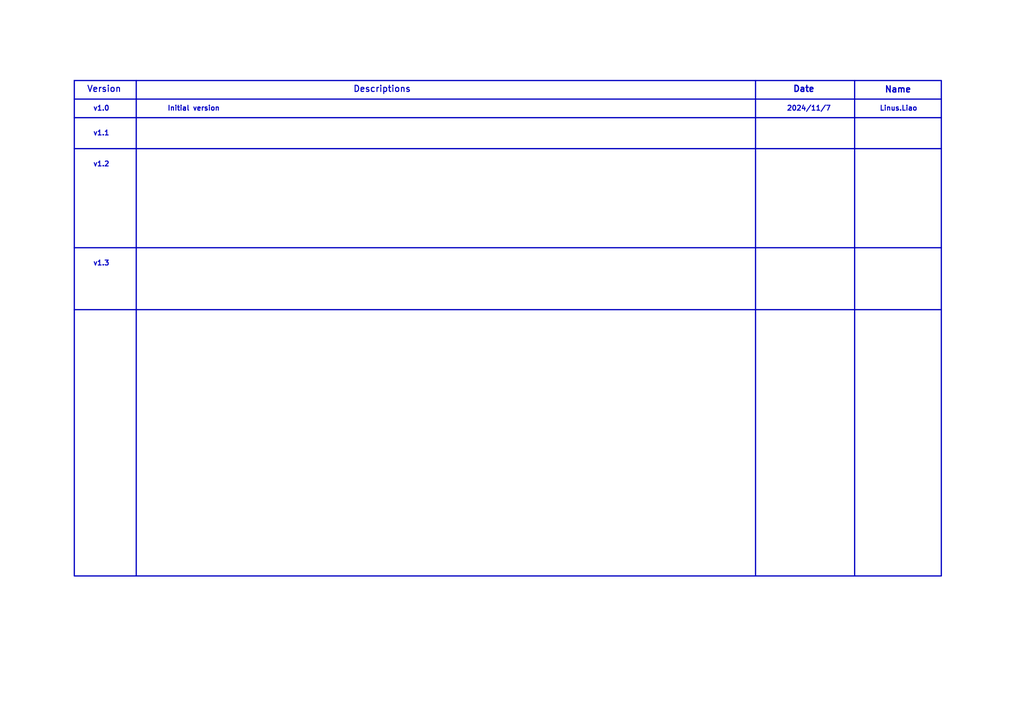
<source format=kicad_sch>
(kicad_sch
	(version 20231120)
	(generator "eeschema")
	(generator_version "8.0")
	(uuid "832cb026-c6dd-4ec3-917d-190aba257bc9")
	(paper "A3")
	(title_block
		(title "reCamera Gimbal")
		(date "2024-10-22")
		(rev "v0.9")
	)
	(lib_symbols)
	(polyline
		(pts
			(xy 30.48 101.6) (xy 386.08 101.6)
		)
		(stroke
			(width 0.508)
			(type default)
		)
		(uuid "22ca4869-0a3b-4120-89bb-b31ffa388bac")
	)
	(polyline
		(pts
			(xy 30.48 40.64) (xy 386.08 40.64)
		)
		(stroke
			(width 0.508)
			(type default)
		)
		(uuid "3ea21d17-0c8c-454e-af8d-f3a6323e1abd")
	)
	(polyline
		(pts
			(xy 309.88 33.02) (xy 309.88 236.22)
		)
		(stroke
			(width 0.508)
			(type default)
		)
		(uuid "58d787de-e347-404d-9aa6-0372e1c629ce")
	)
	(polyline
		(pts
			(xy 55.88 33.02) (xy 55.88 236.22)
		)
		(stroke
			(width 0.508)
			(type default)
		)
		(uuid "a6f47119-ac8f-42e7-b8a5-e4ad48db86f5")
	)
	(polyline
		(pts
			(xy 350.52 33.02) (xy 350.52 236.22)
		)
		(stroke
			(width 0.508)
			(type default)
		)
		(uuid "bf9f87e4-81a7-4f8b-8489-4880d10c1011")
	)
	(polyline
		(pts
			(xy 30.48 127) (xy 386.08 127)
		)
		(stroke
			(width 0.508)
			(type default)
		)
		(uuid "d45b316a-c421-45fc-8aed-ba73547a8274")
	)
	(polyline
		(pts
			(xy 30.48 60.96) (xy 386.08 60.96)
		)
		(stroke
			(width 0.508)
			(type default)
		)
		(uuid "ed1e8109-0ea9-41d9-b90f-a5157af5ea2f")
	)
	(polyline
		(pts
			(xy 30.48 48.26) (xy 386.08 48.26)
		)
		(stroke
			(width 0.508)
			(type default)
		)
		(uuid "f19122a2-d924-4f7d-b3d2-0243161e8cc8")
	)
	(rectangle
		(start 30.48 33.02)
		(end 386.08 236.22)
		(stroke
			(width 0.508)
			(type default)
		)
		(fill
			(type none)
		)
		(uuid 1463027d-f69e-424e-acd1-c9ae76e3f3cc)
	)
	(text "Date"
		(exclude_from_sim no)
		(at 325.12 38.1 0)
		(effects
			(font
				(size 2.54 2.54)
				(bold yes)
			)
			(justify left bottom)
		)
		(uuid "197451d6-f07e-4335-a68d-08ba0f7aaf87")
	)
	(text "Descriptions"
		(exclude_from_sim no)
		(at 144.78 38.1 0)
		(effects
			(font
				(size 2.54 2.54)
				(thickness 0.4064)
				(bold yes)
			)
			(justify left bottom)
		)
		(uuid "2b6fc382-621c-4fcb-a854-e33f11788af6")
	)
	(text "Version"
		(exclude_from_sim no)
		(at 35.56 38.1 0)
		(effects
			(font
				(size 2.54 2.54)
				(thickness 0.4064)
				(bold yes)
			)
			(justify left bottom)
		)
		(uuid "41bc0250-8cb5-46ab-8090-1d4685e69dd0")
	)
	(text "Name"
		(exclude_from_sim no)
		(at 368.3 36.83 0)
		(effects
			(font
				(size 2.54 2.54)
				(bold yes)
			)
		)
		(uuid "438adfc1-b8e9-4f13-80b1-94e24247988b")
	)
	(text "v1.1"
		(exclude_from_sim no)
		(at 38.1 55.88 0)
		(effects
			(font
				(size 2.032 2.032)
				(bold yes)
			)
			(justify left bottom)
		)
		(uuid "49a7bb45-6064-488c-b161-1029faef36ad")
	)
	(text "v1.0"
		(exclude_from_sim no)
		(at 38.1 45.72 0)
		(effects
			(font
				(size 2.032 2.032)
				(bold yes)
			)
			(justify left bottom)
		)
		(uuid "725dccdd-66a5-4e40-bb29-591dccb5f217")
	)
	(text "v1.2"
		(exclude_from_sim no)
		(at 38.1 68.58 0)
		(effects
			(font
				(size 2.032 2.032)
				(bold yes)
			)
			(justify left bottom)
		)
		(uuid "73e1c3dd-42ea-4f5d-b629-6bb6e6a35bd7")
	)
	(text "Linus.Liao"
		(exclude_from_sim no)
		(at 360.68 45.72 0)
		(effects
			(font
				(size 2.032 2.032)
				(bold yes)
			)
			(justify left bottom)
		)
		(uuid "85a2b656-8598-4a69-8c22-9c07e5fea1bb")
	)
	(text "2024/11/7"
		(exclude_from_sim no)
		(at 322.58 45.72 0)
		(effects
			(font
				(size 2.032 2.032)
				(bold yes)
			)
			(justify left bottom)
		)
		(uuid "c64e6312-df14-4caf-b9b0-71ed82ec7eeb")
	)
	(text "Initial version"
		(exclude_from_sim no)
		(at 68.58 45.72 0)
		(effects
			(font
				(size 2.032 2.032)
				(bold yes)
			)
			(justify left bottom)
		)
		(uuid "d9dddc5a-3133-4834-9940-9b577cec1336")
	)
	(text "v1.3"
		(exclude_from_sim no)
		(at 38.1 109.22 0)
		(effects
			(font
				(size 2.032 2.032)
				(bold yes)
			)
			(justify left bottom)
		)
		(uuid "e85e31ad-a981-40ca-a57b-625a4076072b")
	)
)

</source>
